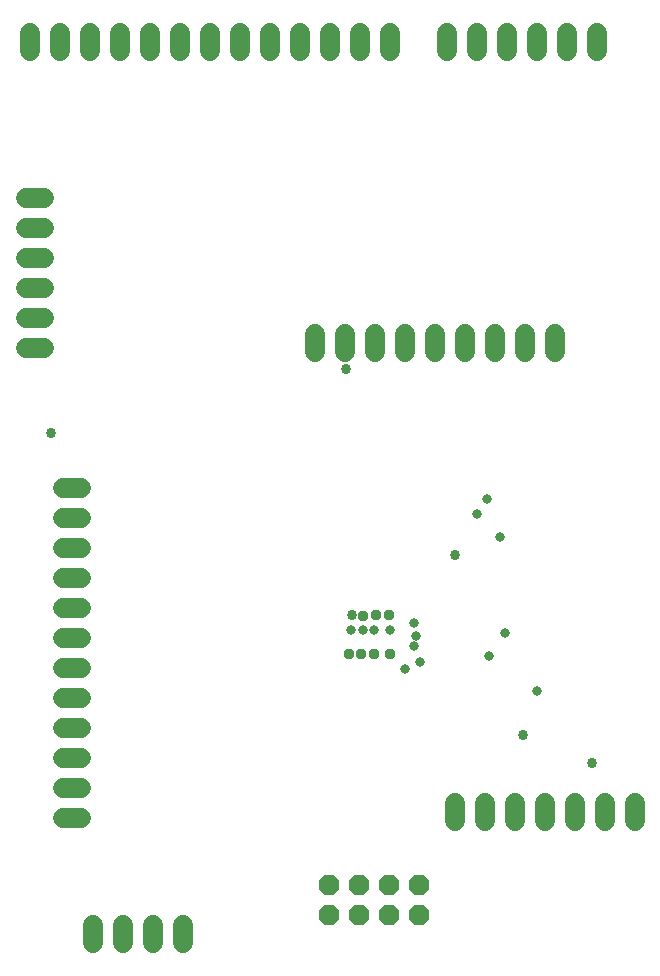
<source format=gbs>
G75*
%MOIN*%
%OFA0B0*%
%FSLAX25Y25*%
%IPPOS*%
%LPD*%
%AMOC8*
5,1,8,0,0,1.08239X$1,22.5*
%
%ADD10OC8,0.06800*%
%ADD11C,0.06800*%
%ADD12C,0.03200*%
%ADD13C,0.03400*%
%ADD14C,0.03778*%
D10*
X0124964Y0024326D03*
X0124964Y0034326D03*
X0134964Y0034326D03*
X0134964Y0024326D03*
X0144964Y0024326D03*
X0144964Y0034326D03*
X0154964Y0034326D03*
X0154964Y0024326D03*
D11*
X0042179Y0056655D02*
X0036179Y0056655D01*
X0036179Y0066655D02*
X0042179Y0066655D01*
X0042179Y0076655D02*
X0036179Y0076655D01*
X0036179Y0086655D02*
X0042179Y0086655D01*
X0042179Y0096655D02*
X0036179Y0096655D01*
X0036179Y0106655D02*
X0042179Y0106655D01*
X0042179Y0116655D02*
X0036179Y0116655D01*
X0036179Y0126655D02*
X0042179Y0126655D01*
X0042179Y0136655D02*
X0036179Y0136655D01*
X0036179Y0146655D02*
X0042179Y0146655D01*
X0042179Y0156655D02*
X0036179Y0156655D01*
X0036179Y0166655D02*
X0042179Y0166655D01*
X0029781Y0213344D02*
X0023781Y0213344D01*
X0023781Y0223344D02*
X0029781Y0223344D01*
X0029781Y0233344D02*
X0023781Y0233344D01*
X0023781Y0243344D02*
X0029781Y0243344D01*
X0029781Y0253344D02*
X0023781Y0253344D01*
X0023781Y0263344D02*
X0029781Y0263344D01*
X0025240Y0312093D02*
X0025240Y0318093D01*
X0035240Y0318093D02*
X0035240Y0312093D01*
X0045240Y0312093D02*
X0045240Y0318093D01*
X0055240Y0318093D02*
X0055240Y0312093D01*
X0065240Y0312093D02*
X0065240Y0318093D01*
X0075240Y0318093D02*
X0075240Y0312093D01*
X0085240Y0312093D02*
X0085240Y0318093D01*
X0095240Y0318093D02*
X0095240Y0312093D01*
X0105240Y0312093D02*
X0105240Y0318093D01*
X0115240Y0318093D02*
X0115240Y0312093D01*
X0125240Y0312093D02*
X0125240Y0318093D01*
X0135240Y0318093D02*
X0135240Y0312093D01*
X0145240Y0312093D02*
X0145240Y0318093D01*
X0164109Y0318226D02*
X0164109Y0312226D01*
X0174109Y0312226D02*
X0174109Y0318226D01*
X0184109Y0318226D02*
X0184109Y0312226D01*
X0194109Y0312226D02*
X0194109Y0318226D01*
X0204109Y0318226D02*
X0204109Y0312226D01*
X0214109Y0312226D02*
X0214109Y0318226D01*
X0200174Y0218016D02*
X0200174Y0212016D01*
X0190174Y0212016D02*
X0190174Y0218016D01*
X0180174Y0218016D02*
X0180174Y0212016D01*
X0170174Y0212016D02*
X0170174Y0218016D01*
X0160174Y0218016D02*
X0160174Y0212016D01*
X0150174Y0212016D02*
X0150174Y0218016D01*
X0140174Y0218016D02*
X0140174Y0212016D01*
X0130174Y0212016D02*
X0130174Y0218016D01*
X0120174Y0218016D02*
X0120174Y0212016D01*
X0166675Y0061439D02*
X0166675Y0055439D01*
X0176675Y0055439D02*
X0176675Y0061439D01*
X0186675Y0061439D02*
X0186675Y0055439D01*
X0196675Y0055439D02*
X0196675Y0061439D01*
X0206675Y0061439D02*
X0206675Y0055439D01*
X0216675Y0055439D02*
X0216675Y0061439D01*
X0226675Y0061439D02*
X0226675Y0055439D01*
X0076082Y0021058D02*
X0076082Y0015058D01*
X0066082Y0015058D02*
X0066082Y0021058D01*
X0056082Y0021058D02*
X0056082Y0015058D01*
X0046082Y0015058D02*
X0046082Y0021058D01*
D12*
X0132113Y0119336D03*
X0136046Y0119267D03*
X0139843Y0119267D03*
X0144989Y0119290D03*
X0153280Y0121495D03*
X0153830Y0117095D03*
X0153280Y0113795D03*
X0155279Y0108523D03*
X0149980Y0106095D03*
X0178030Y0110495D03*
X0183530Y0118195D03*
X0193980Y0098945D03*
X0181880Y0150095D03*
X0174180Y0157795D03*
X0177480Y0162745D03*
D13*
X0166851Y0144396D03*
X0132361Y0124134D03*
X0189521Y0084362D03*
X0212569Y0074897D03*
X0130403Y0206284D03*
X0032133Y0184878D03*
D14*
X0131335Y0111171D03*
X0135566Y0111102D03*
X0139912Y0111171D03*
X0145012Y0111102D03*
X0144783Y0124207D03*
X0140483Y0124115D03*
X0136252Y0124024D03*
M02*

</source>
